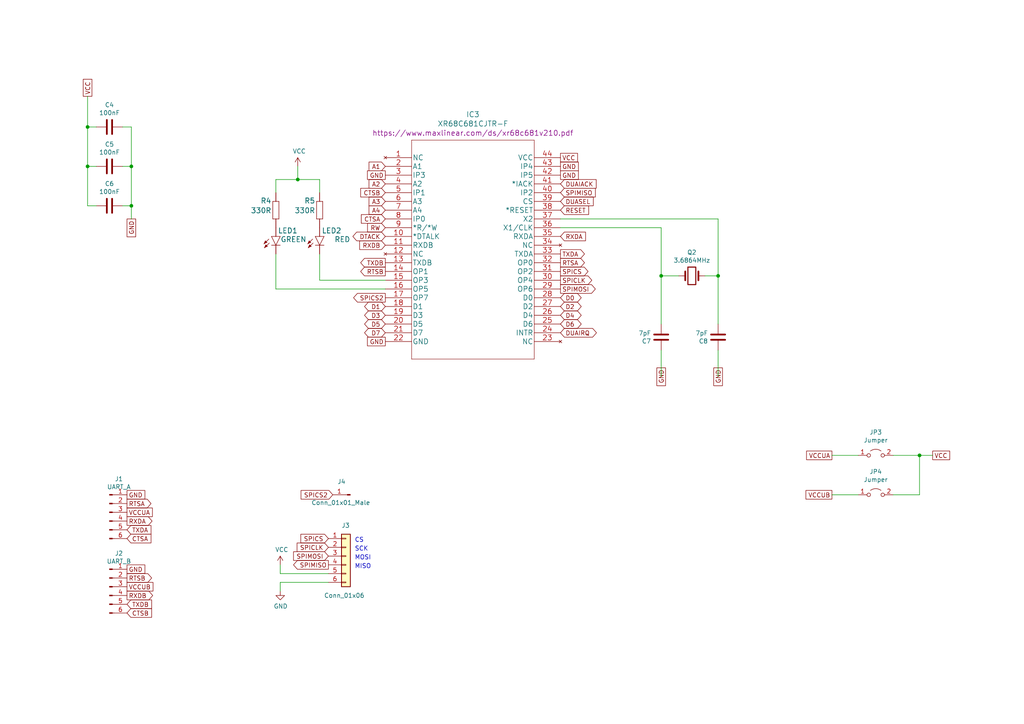
<source format=kicad_sch>
(kicad_sch (version 20230121) (generator eeschema)
  (paper "A4")
  (title_block (title "ROSCO_M68K MC68030 MINI EDITION") (date "2024-02-04") (rev "0") (company "The Really Old-School Company Limited") (comment 2 "See https://github.com/roscopeco/rosco_m68k/blob/master/LICENCE.hardware.txt") (comment 3 "Open Source Hardware licenced under CERN Open Hardware Licence") (comment 4 "Copyright 2024 Ross Bamford and Contributors"))
  (lib_symbols
    (symbol "Connector:Conn_01x01_Pin" (pin_names (offset 1.016) hide)
      (property "Reference" "J" (at 0 2.54 0))
      (property "Value" "Conn_01x01_Pin" (at 0 -2.54 0))
      (symbol "Conn_01x01_Pin_1_1"
        (polyline (pts (xy 1.27 0) (xy 0.8636 0)) (stroke (width 0.1524)))
        (rectangle (start 0.8636 0.127) (end 0 -0.127) (stroke (width 0.1524)) (fill (type outline)))
        (pin passive line (at 5.08 0 180) (length 3.81) (name "Pin_1") (number "1"))
      )
    )
    (symbol "Connector:Conn_01x06_Pin" (pin_names (offset 1.016) hide)
      (property "Reference" "J" (at 0 7.62 0))
      (property "Value" "Conn_01x06_Pin" (at 0 -10.16 0))
      (symbol "Conn_01x06_Pin_1_1"
        (polyline (pts (xy 1.27 -7.62) (xy 0.8636 -7.62)) (stroke (width 0.1524)))
        (polyline (pts (xy 1.27 -5.08) (xy 0.8636 -5.08)) (stroke (width 0.1524)))
        (polyline (pts (xy 1.27 -2.54) (xy 0.8636 -2.54)) (stroke (width 0.1524)))
        (polyline (pts (xy 1.27 0) (xy 0.8636 0)) (stroke (width 0.1524)))
        (polyline (pts (xy 1.27 2.54) (xy 0.8636 2.54)) (stroke (width 0.1524)))
        (polyline (pts (xy 1.27 5.08) (xy 0.8636 5.08)) (stroke (width 0.1524)))
        (rectangle (start 0.8636 -7.493) (end 0 -7.747) (stroke (width 0.1524)) (fill (type outline)))
        (rectangle (start 0.8636 -4.953) (end 0 -5.207) (stroke (width 0.1524)) (fill (type outline)))
        (rectangle (start 0.8636 -2.413) (end 0 -2.667) (stroke (width 0.1524)) (fill (type outline)))
        (rectangle (start 0.8636 0.127) (end 0 -0.127) (stroke (width 0.1524)) (fill (type outline)))
        (rectangle (start 0.8636 2.667) (end 0 2.413) (stroke (width 0.1524)) (fill (type outline)))
        (rectangle (start 0.8636 5.207) (end 0 4.953) (stroke (width 0.1524)) (fill (type outline)))
        (pin passive line (at 5.08 5.08 180) (length 3.81) (name "Pin_1") (number "1"))
        (pin passive line (at 5.08 2.54 180) (length 3.81) (name "Pin_2") (number "2"))
        (pin passive line (at 5.08 0 180) (length 3.81) (name "Pin_3") (number "3"))
        (pin passive line (at 5.08 -2.54 180) (length 3.81) (name "Pin_4") (number "4"))
        (pin passive line (at 5.08 -5.08 180) (length 3.81) (name "Pin_5") (number "5"))
        (pin passive line (at 5.08 -7.62 180) (length 3.81) (name "Pin_6") (number "6"))
      )
    )
    (symbol "Connector_Generic:Conn_01x06" (pin_names (offset 1.016) hide)
      (property "Reference" "J" (at 0 7.62 0))
      (property "Value" "Conn_01x06" (at 0 -10.16 0))
      (symbol "Conn_01x06_1_1"
        (rectangle (start -1.27 -7.493) (end 0 -7.747) (stroke (width 0.1524)))
        (rectangle (start -1.27 -4.953) (end 0 -5.207) (stroke (width 0.1524)))
        (rectangle (start -1.27 -2.413) (end 0 -2.667) (stroke (width 0.1524)))
        (rectangle (start -1.27 0.127) (end 0 -0.127) (stroke (width 0.1524)))
        (rectangle (start -1.27 2.667) (end 0 2.413) (stroke (width 0.1524)))
        (rectangle (start -1.27 5.207) (end 0 4.953) (stroke (width 0.1524)))
        (rectangle (start -1.27 6.35) (end 1.27 -8.89) (stroke (width 0.254)) (fill (type background)))
        (pin passive line (at -5.08 5.08 0) (length 3.81) (name "Pin_1") (number "1"))
        (pin passive line (at -5.08 2.54 0) (length 3.81) (name "Pin_2") (number "2"))
        (pin passive line (at -5.08 0 0) (length 3.81) (name "Pin_3") (number "3"))
        (pin passive line (at -5.08 -2.54 0) (length 3.81) (name "Pin_4") (number "4"))
        (pin passive line (at -5.08 -5.08 0) (length 3.81) (name "Pin_5") (number "5"))
        (pin passive line (at -5.08 -7.62 0) (length 3.81) (name "Pin_6") (number "6"))
      )
    )
    (symbol "Device:C" (pin_numbers hide) (pin_names (offset 0.254))
      (property "Reference" "C" (at 0.635 2.54 0))
      (property "Value" "C" (at 0.635 -2.54 0))
      (symbol "C_0_1"
        (polyline (pts (xy -2.032 -0.762) (xy 2.032 -0.762)) (stroke (width 0.508)))
        (polyline (pts (xy -2.032 0.762) (xy 2.032 0.762)) (stroke (width 0.508)))
      )
      (symbol "C_1_1"
        (pin passive line (at 0 3.81 270) (length 2.794) (name "~") (number "1"))
        (pin passive line (at 0 -3.81 90) (length 2.794) (name "~") (number "2"))
      )
    )
    (symbol "Device:Crystal" (pin_numbers hide) (pin_names (offset 1.016) hide)
      (property "Reference" "Y" (at 0 3.81 0))
      (property "Value" "Crystal" (at 0 -3.81 0))
      (symbol "Crystal_0_1"
        (rectangle (start -1.143 2.54) (end 1.143 -2.54) (stroke (width 0.3048)))
        (polyline (pts (xy -2.54 0) (xy -1.905 0)))
        (polyline (pts (xy -1.905 -1.27) (xy -1.905 1.27)) (stroke (width 0.508)))
        (polyline (pts (xy 1.905 -1.27) (xy 1.905 1.27)) (stroke (width 0.508)))
        (polyline (pts (xy 2.54 0) (xy 1.905 0)))
      )
      (symbol "Crystal_1_1"
        (pin passive line (at -3.81 0 0) (length 1.27) (name "1") (number "1"))
        (pin passive line (at 3.81 0 180) (length 1.27) (name "2") (number "2"))
      )
    )
    (symbol "Jumper:Jumper_2_Open" (pin_names (offset 0) hide)
      (property "Reference" "JP" (at 0 2.794 0))
      (property "Value" "Jumper_2_Open" (at 0 -2.286 0))
      (symbol "Jumper_2_Open_0_0"
        (circle (center -2.032 0) (radius 0.508))
        (circle (center 2.032 0) (radius 0.508))
      )
      (symbol "Jumper_2_Open_0_1"
        (arc (start 1.524 1.27) (mid 0 1.778) (end -1.524 1.27))
      )
      (symbol "Jumper_2_Open_1_1"
        (pin passive line (at -5.08 0 0) (length 2.54) (name "A") (number "1"))
        (pin passive line (at 5.08 0 180) (length 2.54) (name "B") (number "2"))
      )
    )
    (symbol "power:GND" (power) (pin_names (offset 0))
      (property "Value" "GND" (at 0 -3.81 0))
      (symbol "GND_0_1"
        (polyline (pts (xy 0 0) (xy 0 -1.27) (xy 1.27 -1.27) (xy 0 -2.54) (xy -1.27 -1.27) (xy 0 -1.27)))
      )
      (symbol "GND_1_1"
        (pin power_in line (at 0 0 270) (length 0) hide (name "GND") (number "1"))
      )
    )
    (symbol "power:VCC" (power) (pin_names (offset 0))
      (property "Value" "VCC" (at 0 3.81 0))
      (symbol "VCC_0_1"
        (polyline (pts (xy -0.762 1.27) (xy 0 2.54)))
        (polyline (pts (xy 0 0) (xy 0 2.54)))
        (polyline (pts (xy 0 2.54) (xy 0.762 1.27)))
      )
      (symbol "VCC_1_1"
        (pin power_in line (at 0 0 90) (length 0) hide (name "VCC") (number "1"))
      )
    )
    (symbol "rosco_m68k-eagle-import:LED5MM" (pin_names (offset 1.016))
      (property "Reference" "LED" (at 3.556 -4.572 90))
      (property "Value" "LED5MM" (at 5.715 -4.572 90))
      (symbol "LED5MM_1_0"
        (polyline (pts (xy -2.032 -0.762) (xy -3.429 -2.159)))
        (polyline (pts (xy -1.905 -1.905) (xy -3.302 -3.302)))
        (polyline (pts (xy 0 -2.54) (xy -1.27 -2.54)))
        (polyline (pts (xy 0 -2.54) (xy -1.27 0)))
        (polyline (pts (xy 0 0) (xy -1.27 0)))
        (polyline (pts (xy 1.27 -2.54) (xy 0 -2.54)))
        (polyline (pts (xy 1.27 0) (xy 0 -2.54)))
        (polyline (pts (xy 1.27 0) (xy 0 0)))
        (polyline (pts (xy -3.429 -2.159) (xy -3.048 -1.27) (xy -2.54 -1.778)) (fill (type outline)))
        (polyline (pts (xy -3.302 -3.302) (xy -2.921 -2.413) (xy -2.413 -2.921)) (fill (type outline)))
        (pin passive line (at 0 2.54 270) (length 2.54) (name "A") (number "A"))
        (pin passive line (at 0 -5.08 90) (length 2.54) (name "C") (number "K"))
      )
    )
    (symbol "rosco_m68k-eagle-import:R-EU_0207_10" (pin_names (offset 1.016))
      (property "Reference" "R" (at -3.81 1.4986 0))
      (property "Value" "R-EU_0207_10" (at -3.81 -3.302 0))
      (symbol "R-EU_0207_10_1_0"
        (polyline (pts (xy -2.54 -0.889) (xy -2.54 0.889)))
        (polyline (pts (xy -2.54 -0.889) (xy 2.54 -0.889)))
        (polyline (pts (xy 2.54 -0.889) (xy 2.54 0.889)))
        (polyline (pts (xy 2.54 0.889) (xy -2.54 0.889)))
        (pin passive line (at -5.08 0 0) (length 2.54) (name "1") (number "1"))
        (pin passive line (at 5.08 0 180) (length 2.54) (name "2") (number "2"))
      )
    )
    (symbol "rosco_m68k-rescue:XR68C681CJTR-F-XR68C681" (pin_names (offset 0.254))
      (property "Reference" "U" (at 25.4 10.16 0))
      (property "Value" "XR68C681CJTR-F-XR68C681" (at 25.4 7.62 0))
      (symbol "XR68C681CJTR-F-XR68C681_1_1"
        (polyline (pts (xy 7.62 -58.42) (xy 43.18 -58.42)) (stroke (width 0.127)))
        (polyline (pts (xy 7.62 5.08) (xy 7.62 -58.42)) (stroke (width 0.127)))
        (polyline (pts (xy 43.18 -58.42) (xy 43.18 5.08)) (stroke (width 0.127)))
        (polyline (pts (xy 43.18 5.08) (xy 7.62 5.08)) (stroke (width 0.127)))
        (pin no_connect line (at 0 0 0) (length 7.62) (name "NC") (number "1"))
        (pin output line (at 0 -22.86 0) (length 7.62) (name "*DTALK") (number "10"))
        (pin input line (at 0 -25.4 0) (length 7.62) (name "RXDB") (number "11"))
        (pin no_connect line (at 0 -27.94 0) (length 7.62) (name "NC") (number "12"))
        (pin output line (at 0 -30.48 0) (length 7.62) (name "TXDB") (number "13"))
        (pin output line (at 0 -33.02 0) (length 7.62) (name "OP1") (number "14"))
        (pin output line (at 0 -35.56 0) (length 7.62) (name "OP3") (number "15"))
        (pin output line (at 0 -38.1 0) (length 7.62) (name "OP5") (number "16"))
        (pin output line (at 0 -40.64 0) (length 7.62) (name "OP7") (number "17"))
        (pin bidirectional line (at 0 -43.18 0) (length 7.62) (name "D1") (number "18"))
        (pin bidirectional line (at 0 -45.72 0) (length 7.62) (name "D3") (number "19"))
        (pin input line (at 0 -2.54 0) (length 7.62) (name "A1") (number "2"))
        (pin bidirectional line (at 0 -48.26 0) (length 7.62) (name "D5") (number "20"))
        (pin bidirectional line (at 0 -50.8 0) (length 7.62) (name "D7") (number "21"))
        (pin power_in line (at 0 -53.34 0) (length 7.62) (name "GND") (number "22"))
        (pin no_connect line (at 50.8 -53.34 180) (length 7.62) (name "NC") (number "23"))
        (pin output line (at 50.8 -50.8 180) (length 7.62) (name "INTR") (number "24"))
        (pin bidirectional line (at 50.8 -48.26 180) (length 7.62) (name "D6") (number "25"))
        (pin bidirectional line (at 50.8 -45.72 180) (length 7.62) (name "D4") (number "26"))
        (pin bidirectional line (at 50.8 -43.18 180) (length 7.62) (name "D2") (number "27"))
        (pin bidirectional line (at 50.8 -40.64 180) (length 7.62) (name "D0") (number "28"))
        (pin output line (at 50.8 -38.1 180) (length 7.62) (name "OP6") (number "29"))
        (pin input line (at 0 -5.08 0) (length 7.62) (name "IP3") (number "3"))
        (pin output line (at 50.8 -35.56 180) (length 7.62) (name "OP4") (number "30"))
        (pin output line (at 50.8 -33.02 180) (length 7.62) (name "OP2") (number "31"))
        (pin output line (at 50.8 -30.48 180) (length 7.62) (name "OP0") (number "32"))
        (pin output line (at 50.8 -27.94 180) (length 7.62) (name "TXDA") (number "33"))
        (pin no_connect line (at 50.8 -25.4 180) (length 7.62) (name "NC") (number "34"))
        (pin input line (at 50.8 -22.86 180) (length 7.62) (name "RXDA") (number "35"))
        (pin bidirectional line (at 50.8 -20.32 180) (length 7.62) (name "X1/CLK") (number "36"))
        (pin input line (at 50.8 -17.78 180) (length 7.62) (name "X2") (number "37"))
        (pin input line (at 50.8 -15.24 180) (length 7.62) (name "*RESET") (number "38"))
        (pin input line (at 50.8 -12.7 180) (length 7.62) (name "CS") (number "39"))
        (pin input line (at 0 -7.62 0) (length 7.62) (name "A2") (number "4"))
        (pin input line (at 50.8 -10.16 180) (length 7.62) (name "IP2") (number "40"))
        (pin input line (at 50.8 -7.62 180) (length 7.62) (name "*IACK") (number "41"))
        (pin input line (at 50.8 -5.08 180) (length 7.62) (name "IP5") (number "42"))
        (pin input line (at 50.8 -2.54 180) (length 7.62) (name "IP4") (number "43"))
        (pin power_in line (at 50.8 0 180) (length 7.62) (name "VCC") (number "44"))
        (pin input line (at 0 -10.16 0) (length 7.62) (name "IP1") (number "5"))
        (pin input line (at 0 -12.7 0) (length 7.62) (name "A3") (number "6"))
        (pin input line (at 0 -15.24 0) (length 7.62) (name "A4") (number "7"))
        (pin input line (at 0 -17.78 0) (length 7.62) (name "IP0") (number "8"))
        (pin input line (at 0 -20.32 0) (length 7.62) (name "*R/*W") (number "9"))
      )
    )
  )
  (junction (at 38.1 48.26))
  (junction (at 25.4 36.83))
  (junction (at 208.28 80.01))
  (junction (at 86.36 52.07))
  (junction (at 38.1 59.69))
  (junction (at 25.4 48.26))
  (junction (at 266.7 132.08))
  (junction (at 191.77 80.01))
  (wire (pts (xy 92.71 52.07) (xy 86.36 52.07)))
  (wire (pts (xy 196.85 80.01) (xy 191.77 80.01)))
  (wire (pts (xy 92.71 55.88) (xy 92.71 52.07)))
  (wire (pts (xy 266.7 132.08) (xy 270.51 132.08)))
  (wire (pts (xy 38.1 48.26) (xy 38.1 59.69)))
  (wire (pts (xy 25.4 27.94) (xy 25.4 36.83)))
  (wire (pts (xy 208.28 63.5) (xy 208.28 80.01)))
  (wire (pts (xy 92.71 73.66) (xy 92.71 81.28)))
  (wire (pts (xy 191.77 101.6) (xy 191.77 109.22)))
  (wire (pts (xy 35.56 36.83) (xy 38.1 36.83)))
  (wire (pts (xy 38.1 36.83) (xy 38.1 48.26)))
  (wire (pts (xy 208.28 63.5) (xy 162.56 63.5)))
  (wire (pts (xy 27.94 48.26) (xy 25.4 48.26)))
  (wire (pts (xy 35.56 48.26) (xy 38.1 48.26)))
  (wire (pts (xy 241.3 143.51) (xy 248.92 143.51)))
  (wire (pts (xy 25.4 36.83) (xy 25.4 48.26)))
  (wire (pts (xy 86.36 52.07) (xy 86.36 48.26)))
  (wire (pts (xy 259.08 132.08) (xy 266.7 132.08)))
  (wire (pts (xy 259.08 143.51) (xy 266.7 143.51)))
  (wire (pts (xy 95.25 166.37) (xy 81.28 166.37)))
  (wire (pts (xy 204.47 80.01) (xy 208.28 80.01)))
  (wire (pts (xy 81.28 168.91) (xy 81.28 171.45)))
  (wire (pts (xy 191.77 80.01) (xy 191.77 93.98)))
  (wire (pts (xy 35.56 59.69) (xy 38.1 59.69)))
  (wire (pts (xy 25.4 48.26) (xy 25.4 59.69)))
  (wire (pts (xy 80.01 52.07) (xy 86.36 52.07)))
  (wire (pts (xy 111.76 81.28) (xy 92.71 81.28)))
  (wire (pts (xy 95.25 168.91) (xy 81.28 168.91)))
  (wire (pts (xy 208.28 101.6) (xy 208.28 109.22)))
  (wire (pts (xy 266.7 143.51) (xy 266.7 132.08)))
  (wire (pts (xy 27.94 36.83) (xy 25.4 36.83)))
  (wire (pts (xy 208.28 93.98) (xy 208.28 80.01)))
  (wire (pts (xy 27.94 59.69) (xy 25.4 59.69)))
  (wire (pts (xy 162.56 66.04) (xy 191.77 66.04)))
  (wire (pts (xy 80.01 55.88) (xy 80.01 52.07)))
  (wire (pts (xy 241.3 132.08) (xy 248.92 132.08)))
  (wire (pts (xy 81.28 166.37) (xy 81.28 163.83)))
  (wire (pts (xy 80.01 73.66) (xy 80.01 83.82)))
  (wire (pts (xy 191.77 66.04) (xy 191.77 80.01)))
  (wire (pts (xy 38.1 59.69) (xy 38.1 63.5)))
  (wire (pts (xy 111.76 83.82) (xy 80.01 83.82)))
  (text "MISO" (at 102.87 165.1 0) (effects (font (size 1.27 1.27)) (justify left bottom)))
  (text "SCK" (at 102.87 160.02 0) (effects (font (size 1.27 1.27)) (justify left bottom)))
  (text "CS" (at 102.87 157.48 0) (effects (font (size 1.27 1.27)) (justify left bottom)))
  (text "MOSI" (at 102.87 162.56 0) (effects (font (size 1.27 1.27)) (justify left bottom)))
  (global_label "RXDB" (shape input) (at 111.76 71.12 180) (property "Intersheetrefs" "${INTERSHEET_REFS}" (effects hide)))
  (global_label "GND" (shape passive) (at 38.1 63.5 270) (property "Intersheetrefs" "${INTERSHEET_REFS}" (effects hide)))
  (global_label "VCCUA" (shape passive) (at 36.83 148.59 0) (property "Intersheetrefs" "${INTERSHEET_REFS}" (effects hide)))
  (global_label "RXDA" (shape input) (at 162.56 68.58 0) (property "Intersheetrefs" "${INTERSHEET_REFS}" (effects hide)))
  (global_label "D2" (shape bidirectional) (at 162.56 88.9 0) (property "Intersheetrefs" "${INTERSHEET_REFS}" (effects hide)))
  (global_label "GND" (shape passive) (at 162.56 48.26 0) (property "Intersheetrefs" "${INTERSHEET_REFS}" (effects hide)))
  (global_label "SPICLK" (shape input) (at 95.25 158.75 180) (property "Intersheetrefs" "${INTERSHEET_REFS}" (effects hide)))
  (global_label "GND" (shape passive) (at 36.83 165.1 0) (property "Intersheetrefs" "${INTERSHEET_REFS}" (effects hide)))
  (global_label "A2" (shape input) (at 111.76 53.34 180) (property "Intersheetrefs" "${INTERSHEET_REFS}" (effects hide)))
  (global_label "RXDB" (shape output) (at 36.83 172.72 0) (property "Intersheetrefs" "${INTERSHEET_REFS}" (effects hide)))
  (global_label "CTSB" (shape input) (at 111.76 55.88 180) (property "Intersheetrefs" "${INTERSHEET_REFS}" (effects hide)))
  (global_label "CTSB" (shape input) (at 36.83 177.8 0) (property "Intersheetrefs" "${INTERSHEET_REFS}" (effects hide)))
  (global_label "TXDA" (shape output) (at 162.56 73.66 0) (property "Intersheetrefs" "${INTERSHEET_REFS}" (effects hide)))
  (global_label "VCCUB" (shape passive) (at 36.83 170.18 0) (property "Intersheetrefs" "${INTERSHEET_REFS}" (effects hide)))
  (global_label "DUAIRQ" (shape tri_state) (at 162.56 96.52 0) (property "Intersheetrefs" "${INTERSHEET_REFS}" (effects hide)))
  (global_label "GND" (shape passive) (at 111.76 50.8 180) (property "Intersheetrefs" "${INTERSHEET_REFS}" (effects hide)))
  (global_label "RXDA" (shape output) (at 36.83 151.13 0) (property "Intersheetrefs" "${INTERSHEET_REFS}" (effects hide)))
  (global_label "VCC" (shape passive) (at 25.4 27.94 90) (property "Intersheetrefs" "${INTERSHEET_REFS}" (effects hide)))
  (global_label "D0" (shape bidirectional) (at 162.56 86.36 0) (property "Intersheetrefs" "${INTERSHEET_REFS}" (effects hide)))
  (global_label "TXDB" (shape output) (at 111.76 76.2 180) (property "Intersheetrefs" "${INTERSHEET_REFS}" (effects hide)))
  (global_label "VCC" (shape passive) (at 162.56 45.72 0) (property "Intersheetrefs" "${INTERSHEET_REFS}" (effects hide)))
  (global_label "DUASEL" (shape input) (at 162.56 58.42 0) (property "Intersheetrefs" "${INTERSHEET_REFS}" (effects hide)))
  (global_label "CTSA" (shape input) (at 111.76 63.5 180) (property "Intersheetrefs" "${INTERSHEET_REFS}" (effects hide)))
  (global_label "RESET" (shape input) (at 162.56 60.96 0) (property "Intersheetrefs" "${INTERSHEET_REFS}" (effects hide)))
  (global_label "TXDB" (shape input) (at 36.83 175.26 0) (property "Intersheetrefs" "${INTERSHEET_REFS}" (effects hide)))
  (global_label "SPIMISO" (shape output) (at 95.25 163.83 180) (property "Intersheetrefs" "${INTERSHEET_REFS}" (effects hide)))
  (global_label "RTSA" (shape output) (at 36.83 146.05 0) (property "Intersheetrefs" "${INTERSHEET_REFS}" (effects hide)))
  (global_label "VCC" (shape passive) (at 270.51 132.08 0) (property "Intersheetrefs" "${INTERSHEET_REFS}" (effects hide)))
  (global_label "D3" (shape bidirectional) (at 111.76 91.44 180) (property "Intersheetrefs" "${INTERSHEET_REFS}" (effects hide)))
  (global_label "SPICS2" (shape input) (at 96.52 143.51 180) (property "Intersheetrefs" "${INTERSHEET_REFS}" (effects hide)))
  (global_label "SPIMOSI" (shape input) (at 95.25 161.29 180) (property "Intersheetrefs" "${INTERSHEET_REFS}" (effects hide)))
  (global_label "D6" (shape bidirectional) (at 162.56 93.98 0) (property "Intersheetrefs" "${INTERSHEET_REFS}" (effects hide)))
  (global_label "VCCUA" (shape passive) (at 241.3 132.08 180) (property "Intersheetrefs" "${INTERSHEET_REFS}" (effects hide)))
  (global_label "CTSA" (shape input) (at 36.83 156.21 0) (property "Intersheetrefs" "${INTERSHEET_REFS}" (effects hide)))
  (global_label "RW" (shape input) (at 111.76 66.04 180) (property "Intersheetrefs" "${INTERSHEET_REFS}" (effects hide)))
  (global_label "D4" (shape bidirectional) (at 162.56 91.44 0) (property "Intersheetrefs" "${INTERSHEET_REFS}" (effects hide)))
  (global_label "SPICS" (shape output) (at 162.56 78.74 0) (property "Intersheetrefs" "${INTERSHEET_REFS}" (effects hide)))
  (global_label "SPICLK" (shape output) (at 162.56 81.28 0) (property "Intersheetrefs" "${INTERSHEET_REFS}" (effects hide)))
  (global_label "D1" (shape bidirectional) (at 111.76 88.9 180) (property "Intersheetrefs" "${INTERSHEET_REFS}" (effects hide)))
  (global_label "GND" (shape passive) (at 191.77 106.68 270) (property "Intersheetrefs" "${INTERSHEET_REFS}" (effects hide)))
  (global_label "SPIMISO" (shape input) (at 162.56 55.88 0) (property "Intersheetrefs" "${INTERSHEET_REFS}" (effects hide)))
  (global_label "D7" (shape bidirectional) (at 111.76 96.52 180) (property "Intersheetrefs" "${INTERSHEET_REFS}" (effects hide)))
  (global_label "GND" (shape passive) (at 36.83 143.51 0) (property "Intersheetrefs" "${INTERSHEET_REFS}" (effects hide)))
  (global_label "DTACK" (shape tri_state) (at 111.76 68.58 180) (property "Intersheetrefs" "${INTERSHEET_REFS}" (effects hide)))
  (global_label "D5" (shape bidirectional) (at 111.76 93.98 180) (property "Intersheetrefs" "${INTERSHEET_REFS}" (effects hide)))
  (global_label "RTSA" (shape output) (at 162.56 76.2 0) (property "Intersheetrefs" "${INTERSHEET_REFS}" (effects hide)))
  (global_label "A4" (shape input) (at 111.76 60.96 180) (property "Intersheetrefs" "${INTERSHEET_REFS}" (effects hide)))
  (global_label "A1" (shape input) (at 111.76 48.26 180) (property "Intersheetrefs" "${INTERSHEET_REFS}" (effects hide)))
  (global_label "A3" (shape input) (at 111.76 58.42 180) (property "Intersheetrefs" "${INTERSHEET_REFS}" (effects hide)))
  (global_label "GND" (shape passive) (at 111.76 99.06 180) (property "Intersheetrefs" "${INTERSHEET_REFS}" (effects hide)))
  (global_label "SPIMOSI" (shape output) (at 162.56 83.82 0) (property "Intersheetrefs" "${INTERSHEET_REFS}" (effects hide)))
  (global_label "DUAIACK" (shape input) (at 162.56 53.34 0) (property "Intersheetrefs" "${INTERSHEET_REFS}" (effects hide)))
  (global_label "GND" (shape passive) (at 208.28 106.68 270) (property "Intersheetrefs" "${INTERSHEET_REFS}" (effects hide)))
  (global_label "RTSB" (shape output) (at 36.83 167.64 0) (property "Intersheetrefs" "${INTERSHEET_REFS}" (effects hide)))
  (global_label "TXDA" (shape input) (at 36.83 153.67 0) (property "Intersheetrefs" "${INTERSHEET_REFS}" (effects hide)))
  (global_label "SPICS" (shape input) (at 95.25 156.21 180) (property "Intersheetrefs" "${INTERSHEET_REFS}" (effects hide)))
  (global_label "GND" (shape passive) (at 162.56 50.8 0) (property "Intersheetrefs" "${INTERSHEET_REFS}" (effects hide)))
  (global_label "VCCUB" (shape passive) (at 241.3 143.51 180) (property "Intersheetrefs" "${INTERSHEET_REFS}" (effects hide)))
  (global_label "RTSB" (shape output) (at 111.76 78.74 180) (property "Intersheetrefs" "${INTERSHEET_REFS}" (effects hide)))
  (global_label "SPICS2" (shape output) (at 111.76 86.36 180) (property "Intersheetrefs" "${INTERSHEET_REFS}" (effects hide)))
  (symbol (lib_id "Device:Crystal") (at 200.66 80.01 0) (unit 1)
    (property "Reference" "Q2" (at 200.66 73.2028 0))
    (property "Value" "3.6864MHz" (at 200.66 75.5142 0))
    (property "Footprint" "Crystal:Crystal_HC49-4H_Vertical" (effects hide))
  )
  (symbol (lib_id "Device:C") (at 191.77 97.79 180) (unit 1)
    (property "Reference" "C7" (at 188.849 98.9584 0) (effects (justify left)))
    (property "Value" "7pF" (at 188.849 96.647 0) (effects (justify left)))
    (property "Footprint" "rosco_m68k:C2.5_or_3.5-3" (effects hide))
  )
  (symbol (lib_id "Device:C") (at 208.28 97.79 180) (unit 1)
    (property "Reference" "C8" (at 205.359 98.9584 0) (effects (justify left)))
    (property "Value" "7pF" (at 205.359 96.647 0) (effects (justify left)))
    (property "Footprint" "rosco_m68k:C2.5_or_3.5-3" (effects hide))
  )
  (symbol (lib_id "Connector:Conn_01x06_Pin") (at 31.75 148.59 0) (unit 1)
    (property "Reference" "J1" (at 34.4932 138.9126 0))
    (property "Value" "UART_A" (at 34.4932 141.224 0))
    (property "Footprint" "rosco_m68k:1X06" (effects hide))
  )
  (symbol (lib_id "Connector:Conn_01x06_Pin") (at 31.75 170.18 0) (unit 1)
    (property "Reference" "J2" (at 34.4932 160.5026 0))
    (property "Value" "UART_B" (at 34.4932 162.814 0))
    (property "Footprint" "rosco_m68k:1X06" (effects hide))
  )
  (symbol (lib_id "Device:C") (at 31.75 59.69 270) (unit 1)
    (property "Reference" "C6" (at 31.75 53.2892 90))
    (property "Value" "100nF" (at 31.75 55.6006 90))
    (property "Footprint" "rosco_m68k:C2.5-3" (effects hide))
  )
  (symbol (lib_id "Device:C") (at 31.75 36.83 270) (unit 1)
    (property "Reference" "C4" (at 31.75 30.4292 90))
    (property "Value" "100nF" (at 31.75 32.7406 90))
    (property "Footprint" "rosco_m68k:C2.5-3" (effects hide))
  )
  (symbol (lib_id "Device:C") (at 31.75 48.26 270) (unit 1)
    (property "Reference" "C5" (at 31.75 41.8592 90))
    (property "Value" "100nF" (at 31.75 44.1706 90))
    (property "Footprint" "rosco_m68k:C2.5-3" (effects hide))
  )
  (symbol (lib_id "rosco_m68k-rescue:XR68C681CJTR-F-XR68C681") (at 111.76 45.72 0) (unit 1)
    (property "Reference" "IC3" (at 137.16 33.1978 0) (effects (font (size 1.524 1.524))))
    (property "Value" "XR68C681CJTR-F" (at 137.16 35.8902 0) (effects (font (size 1.524 1.524))))
    (property "Footprint" "PLCC-44" (effects hide))
    (property "Datasheet" "https://www.maxlinear.com/ds/xr68c681v210.pdf" (at 137.16 38.5826 0) (effects (font (size 1.524 1.524))))
  )
  (symbol (lib_id "rosco_m68k-eagle-import:R-EU_0207_10") (at 80.01 60.96 90) (unit 1)
    (property "Reference" "R4" (at 78.74 57.3786 90) (effects (font (size 1.4986 1.4986)) (justify left bottom)))
    (property "Value" "330R" (at 78.74 60.198 90) (effects (font (size 1.4986 1.4986)) (justify left bottom)))
    (property "Footprint" "rosco_m68k:0207_10" (effects hide))
  )
  (symbol (lib_id "rosco_m68k-eagle-import:LED5MM") (at 80.01 68.58 0) (unit 1)
    (property "Reference" "LED1" (at 86.36 66.04 0) (effects (font (size 1.4986 1.4986)) (justify right top)))
    (property "Value" "GREEN" (at 88.9 68.58 0) (effects (font (size 1.4986 1.4986)) (justify right top)))
    (property "Footprint" "rosco_m68k:LED5MM" (effects hide))
  )
  (symbol (lib_id "rosco_m68k-eagle-import:R-EU_0207_10") (at 92.71 60.96 90) (unit 1)
    (property "Reference" "R5" (at 91.44 57.3786 90) (effects (font (size 1.4986 1.4986)) (justify left bottom)))
    (property "Value" "330R" (at 91.44 60.198 90) (effects (font (size 1.4986 1.4986)) (justify left bottom)))
    (property "Footprint" "rosco_m68k:0207_10" (effects hide))
  )
  (symbol (lib_id "rosco_m68k-eagle-import:LED5MM") (at 92.71 68.58 0) (unit 1)
    (property "Reference" "LED2" (at 99.06 66.04 0) (effects (font (size 1.4986 1.4986)) (justify right top)))
    (property "Value" "RED" (at 101.6 68.58 0) (effects (font (size 1.4986 1.4986)) (justify right top)))
    (property "Footprint" "rosco_m68k:LED5MM" (effects hide))
  )
  (symbol (lib_id "power:VCC") (at 86.36 48.26 0) (unit 1)
    (property "Reference" "#PWR034" (effects hide))
    (property "Value" "VCC" (at 86.7918 43.8658 0))
  )
  (symbol (lib_id "Connector_Generic:Conn_01x06") (at 100.33 161.29 0) (unit 1)
    (property "Reference" "J3" (at 99.06 152.4 0) (effects (justify left)))
    (property "Value" "Conn_01x06" (at 93.98 172.72 0) (effects (justify left)))
    (property "Footprint" "rosco_m68k:1X06" (effects hide))
  )
  (symbol (lib_id "power:VCC") (at 81.28 163.83 0) (unit 1)
    (property "Reference" "#PWR032" (effects hide))
    (property "Value" "VCC" (at 81.7118 159.4358 0))
  )
  (symbol (lib_id "power:GND") (at 81.28 171.45 0) (unit 1)
    (property "Reference" "#PWR033" (effects hide))
    (property "Value" "GND" (at 81.407 175.8442 0))
  )
  (symbol (lib_id "Connector:Conn_01x01_Pin") (at 101.6 143.51 180) (unit 1)
    (property "Reference" "J4" (at 99.06 139.7 0))
    (property "Value" "Conn_01x01_Male" (at 98.8568 145.796 0))
    (property "Footprint" "Connector_PinHeader_2.54mm:PinHeader_1x01_P2.54mm_Vertical" (effects hide))
  )
  (symbol (lib_id "Jumper:Jumper_2_Open") (at 254 143.51 0) (unit 1)
    (property "Reference" "JP4" (at 254 136.8044 0))
    (property "Value" "Jumper" (at 254 139.1158 0))
    (property "Footprint" "rosco_m68k:1X02" (effects hide))
  )
  (symbol (lib_id "Jumper:Jumper_2_Open") (at 254 132.08 0) (unit 1)
    (property "Reference" "JP3" (at 254 125.3744 0))
    (property "Value" "Jumper" (at 254 127.6858 0))
    (property "Footprint" "rosco_m68k:1X02" (effects hide))
  )
)
</source>
